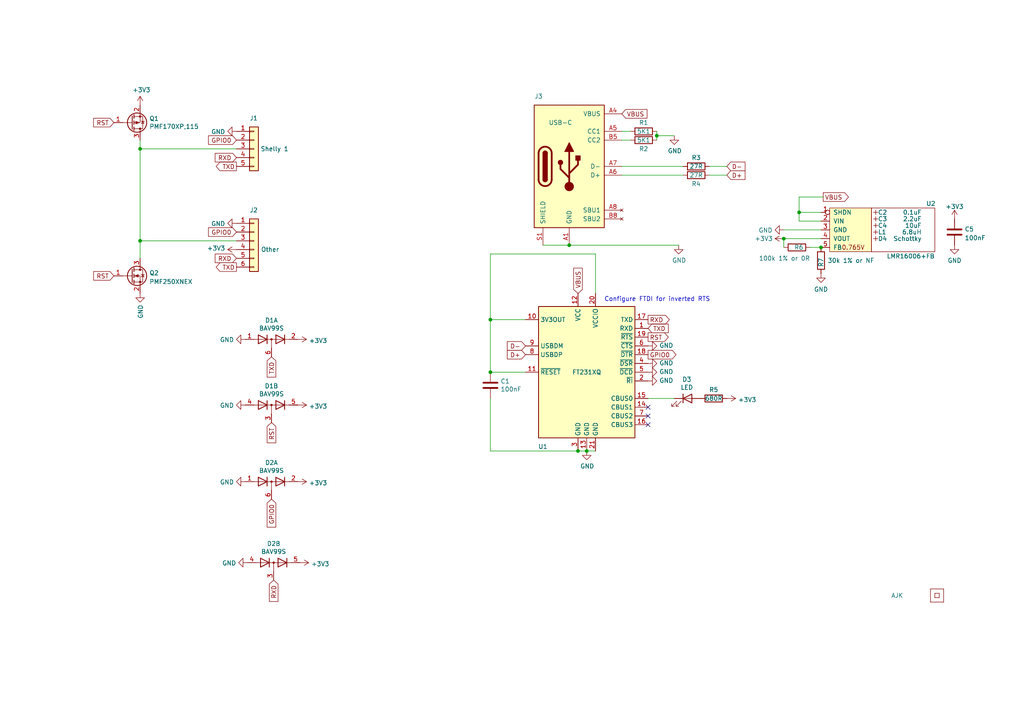
<source format=kicad_sch>
(kicad_sch (version 20211123) (generator eeschema)
  (paper "A4")
  (title_block (title "Shelly Tasmotizer") (date "${DATE}") (rev "4") (company "Adrian Kennard Andrews & Arnold Ltd") (comment 1 "@TheRealRevK") (comment 2 "www.me.uk"))
  (lib_symbols
    (symbol "Connector_Generic:Conn_01x05" (pin_names (offset 1.016) hide)
      (property "Reference" "J" (at 0 7.62 0))
      (property "Value" "Conn_01x05" (at 0 -7.62 0))
      (symbol "Conn_01x05_1_1"
        (rectangle (start -1.27 -4.953) (end 0 -5.207) (stroke (width 0.1524)))
        (rectangle (start -1.27 -2.413) (end 0 -2.667) (stroke (width 0.1524)))
        (rectangle (start -1.27 0.127) (end 0 -0.127) (stroke (width 0.1524)))
        (rectangle (start -1.27 2.667) (end 0 2.413) (stroke (width 0.1524)))
        (rectangle (start -1.27 5.207) (end 0 4.953) (stroke (width 0.1524)))
        (rectangle (start -1.27 6.35) (end 1.27 -6.35) (stroke (width 0.254)) (fill (type background)))
        (pin passive line (at -5.08 5.08 0) (length 3.81) (name "Pin_1") (number "1"))
        (pin passive line (at -5.08 2.54 0) (length 3.81) (name "Pin_2") (number "2"))
        (pin passive line (at -5.08 0 0) (length 3.81) (name "Pin_3") (number "3"))
        (pin passive line (at -5.08 -2.54 0) (length 3.81) (name "Pin_4") (number "4"))
        (pin passive line (at -5.08 -5.08 0) (length 3.81) (name "Pin_5") (number "5"))
      )
    )
    (symbol "Connector_Generic:Conn_01x06" (pin_names (offset 1.016) hide)
      (property "Reference" "J" (at 0 7.62 0))
      (property "Value" "Conn_01x06" (at 0 -10.16 0))
      (symbol "Conn_01x06_1_1"
        (rectangle (start -1.27 -7.493) (end 0 -7.747) (stroke (width 0.1524)))
        (rectangle (start -1.27 -4.953) (end 0 -5.207) (stroke (width 0.1524)))
        (rectangle (start -1.27 -2.413) (end 0 -2.667) (stroke (width 0.1524)))
        (rectangle (start -1.27 0.127) (end 0 -0.127) (stroke (width 0.1524)))
        (rectangle (start -1.27 2.667) (end 0 2.413) (stroke (width 0.1524)))
        (rectangle (start -1.27 5.207) (end 0 4.953) (stroke (width 0.1524)))
        (rectangle (start -1.27 6.35) (end 1.27 -8.89) (stroke (width 0.254)) (fill (type background)))
        (pin passive line (at -5.08 5.08 0) (length 3.81) (name "Pin_1") (number "1"))
        (pin passive line (at -5.08 2.54 0) (length 3.81) (name "Pin_2") (number "2"))
        (pin passive line (at -5.08 0 0) (length 3.81) (name "Pin_3") (number "3"))
        (pin passive line (at -5.08 -2.54 0) (length 3.81) (name "Pin_4") (number "4"))
        (pin passive line (at -5.08 -5.08 0) (length 3.81) (name "Pin_5") (number "5"))
        (pin passive line (at -5.08 -7.62 0) (length 3.81) (name "Pin_6") (number "6"))
      )
    )
    (symbol "Device:C" (pin_numbers hide) (pin_names (offset 0.254))
      (property "Reference" "C" (at 0.635 2.54 0))
      (property "Value" "C" (at 0.635 -2.54 0))
      (symbol "C_0_1"
        (polyline (pts (xy -2.032 -0.762) (xy 2.032 -0.762)) (stroke (width 0.508)))
        (polyline (pts (xy -2.032 0.762) (xy 2.032 0.762)) (stroke (width 0.508)))
      )
      (symbol "C_1_1"
        (pin passive line (at 0 3.81 270) (length 2.794) (name "~") (number "1"))
        (pin passive line (at 0 -3.81 90) (length 2.794) (name "~") (number "2"))
      )
    )
    (symbol "Device:LED" (pin_numbers hide) (pin_names (offset 1.016) hide)
      (property "Reference" "D" (at 0 2.54 0))
      (property "Value" "LED" (at 0 -2.54 0))
      (symbol "LED_0_1"
        (polyline (pts (xy -1.27 -1.27) (xy -1.27 1.27)) (stroke (width 0.254)))
        (polyline (pts (xy -1.27 0) (xy 1.27 0)))
        (polyline (pts (xy 1.27 -1.27) (xy 1.27 1.27) (xy -1.27 0) (xy 1.27 -1.27)) (stroke (width 0.254)))
        (polyline (pts (xy -3.048 -0.762) (xy -4.572 -2.286) (xy -3.81 -2.286) (xy -4.572 -2.286) (xy -4.572 -1.524)))
        (polyline (pts (xy -1.778 -0.762) (xy -3.302 -2.286) (xy -2.54 -2.286) (xy -3.302 -2.286) (xy -3.302 -1.524)))
      )
      (symbol "LED_1_1"
        (pin passive line (at -3.81 0 0) (length 2.54) (name "K") (number "1"))
        (pin passive line (at 3.81 0 180) (length 2.54) (name "A") (number "2"))
      )
    )
    (symbol "Device:Q_PMOS_GSD" (pin_names (offset 0) hide)
      (property "Reference" "Q" (at 5.08 1.27 0))
      (property "Value" "Q_PMOS_GSD" (at 5.08 -1.27 0))
      (symbol "Q_PMOS_GSD_0_1"
        (polyline (pts (xy 0.254 0) (xy -2.54 0)))
        (polyline (pts (xy 0.254 1.905) (xy 0.254 -1.905)) (stroke (width 0.254)))
        (polyline (pts (xy 0.762 -1.27) (xy 0.762 -2.286)) (stroke (width 0.254)))
        (polyline (pts (xy 0.762 0.508) (xy 0.762 -0.508)) (stroke (width 0.254)))
        (polyline (pts (xy 0.762 2.286) (xy 0.762 1.27)) (stroke (width 0.254)))
        (polyline (pts (xy 2.54 2.54) (xy 2.54 1.778)))
        (polyline (pts (xy 2.54 -2.54) (xy 2.54 0) (xy 0.762 0)))
        (polyline (pts (xy 0.762 1.778) (xy 3.302 1.778) (xy 3.302 -1.778) (xy 0.762 -1.778)))
        (polyline (pts (xy 2.286 0) (xy 1.27 0.381) (xy 1.27 -0.381) (xy 2.286 0)) (fill (type outline)))
        (polyline (pts (xy 2.794 -0.508) (xy 2.921 -0.381) (xy 3.683 -0.381) (xy 3.81 -0.254)))
        (polyline (pts (xy 3.302 -0.381) (xy 2.921 0.254) (xy 3.683 0.254) (xy 3.302 -0.381)))
        (circle (center 1.651 0) (radius 2.794) (stroke (width 0.254)))
        (circle (center 2.54 -1.778) (radius 0.254) (fill (type outline)))
        (circle (center 2.54 1.778) (radius 0.254) (fill (type outline)))
      )
      (symbol "Q_PMOS_GSD_1_1"
        (pin input line (at -5.08 0 0) (length 2.54) (name "G") (number "1"))
        (pin passive line (at 2.54 -5.08 90) (length 2.54) (name "S") (number "2"))
        (pin passive line (at 2.54 5.08 270) (length 2.54) (name "D") (number "3"))
      )
    )
    (symbol "Device:R" (pin_numbers hide) (pin_names (offset 0))
      (property "Reference" "R" (at 2.032 0 90))
      (property "Value" "R" (at 0 0 90))
      (symbol "R_0_1"
        (rectangle (start -1.016 -2.54) (end 1.016 2.54) (stroke (width 0.254)))
      )
      (symbol "R_1_1"
        (pin passive line (at 0 3.81 270) (length 1.27) (name "~") (number "1"))
        (pin passive line (at 0 -3.81 90) (length 1.27) (name "~") (number "2"))
      )
    )
    (symbol "Diode:BAV99S" (pin_names (offset 0.0254) hide)
      (property "Reference" "D" (at 0 2.54 0))
      (property "Value" "BAV99S" (at 0 5.08 0))
      (symbol "BAV99S_0_1"
        (polyline (pts (xy -5.08 0) (xy 5.08 0)))
        (polyline (pts (xy 0 0) (xy 0 -2.54)))
        (polyline (pts (xy -1.27 -1.27) (xy -1.27 1.27) (xy -1.27 1.27)) (stroke (width 0.254)))
        (polyline (pts (xy 3.81 1.27) (xy 3.81 -1.27) (xy 3.81 -1.27)) (stroke (width 0.254)))
        (polyline (pts (xy -3.81 1.27) (xy -1.27 0) (xy -3.81 -1.27) (xy -3.81 1.27) (xy -3.81 1.27) (xy -3.81 1.27)) (stroke (width 0.254)))
        (polyline (pts (xy 1.27 1.27) (xy 3.81 0) (xy 1.27 -1.27) (xy 1.27 1.27) (xy 1.27 1.27) (xy 1.27 1.27)) (stroke (width 0.254)))
        (circle (center 0 0) (radius 0.254) (fill (type outline)))
      )
      (symbol "BAV99S_1_1"
        (polyline (pts (xy 6.35 0) (xy 7.62 0)))
        (pin passive line (at -7.62 0 0) (length 2.54) (name "A1") (number "1"))
        (pin passive line (at 7.62 0 180) (length 2.54) (name "K2") (number "2"))
        (pin passive line (at 0 -5.08 90) (length 2.54) (name "K3A4") (number "6"))
      )
      (symbol "BAV99S_2_1"
        (polyline (pts (xy 6.35 0) (xy 7.62 0)))
        (pin passive line (at 0 -5.08 90) (length 2.54) (name "K1A2") (number "3"))
        (pin passive line (at -7.62 0 0) (length 2.54) (name "A3") (number "4"))
        (pin passive line (at 7.62 0 180) (length 2.54) (name "K4") (number "5"))
      )
    )
    (symbol "RevK:AJK" (pin_names (offset 1.016)) (in_bom no)
      (property "Value" "AJK" (at 0 0 0))
    )
    (symbol "RevK:FT231XQ"
      (property "Reference" "U" (at -13.97 20.32 0))
      (property "Value" "FT231XQ" (at 6.35 20.32 0))
      (symbol "FT231XQ_0_1"
        (rectangle (start -13.97 19.05) (end 13.97 -19.05) (stroke (width 0.254)) (fill (type background)))
      )
      (symbol "FT231XQ_1_1"
        (pin input line (at 17.78 12.7 180) (length 3.81) (name "RXD") (number "1"))
        (pin passive line (at -17.78 15.24 0) (length 3.81) (name "3V3OUT") (number "10"))
        (pin input line (at -17.78 0 0) (length 3.81) (name "~{RESET}") (number "11"))
        (pin power_in line (at -2.54 22.86 270) (length 3.81) (name "VCC") (number "12"))
        (pin power_in line (at 0 -22.86 90) (length 3.81) (name "GND") (number "13"))
        (pin bidirectional line (at 17.78 -10.16 180) (length 3.81) (name "CBUS1") (number "14"))
        (pin bidirectional line (at 17.78 -7.62 180) (length 3.81) (name "CBUS0") (number "15"))
        (pin bidirectional line (at 17.78 -15.24 180) (length 3.81) (name "CBUS3") (number "16"))
        (pin output line (at 17.78 15.24 180) (length 3.81) (name "TXD") (number "17"))
        (pin output line (at 17.78 5.08 180) (length 3.81) (name "~{DTR}") (number "18"))
        (pin output line (at 17.78 10.16 180) (length 3.81) (name "~{RTS}") (number "19"))
        (pin input line (at 17.78 -2.54 180) (length 3.81) (name "~{RI}") (number "2"))
        (pin power_in line (at 2.54 22.86 270) (length 3.81) (name "VCCIO") (number "20"))
        (pin power_in line (at 2.54 -22.86 90) (length 3.81) (name "GND") (number "21"))
        (pin power_in line (at -2.54 -22.86 90) (length 3.81) (name "GND") (number "3"))
        (pin input line (at 17.78 2.54 180) (length 3.81) (name "~{DSR}") (number "4"))
        (pin input line (at 17.78 0 180) (length 3.81) (name "~{DCD}") (number "5"))
        (pin input line (at 17.78 7.62 180) (length 3.81) (name "~{CTS}") (number "6"))
        (pin bidirectional line (at 17.78 -12.7 180) (length 3.81) (name "CBUS2") (number "7"))
        (pin bidirectional line (at -17.78 5.08 0) (length 3.81) (name "USBDP") (number "8"))
        (pin bidirectional line (at -17.78 7.62 0) (length 3.81) (name "USBDM") (number "9"))
      )
    )
    (symbol "RevK:Hidden" (pin_names (offset 1.016))
      (property "Reference" "Z" (at 0.635 0 0))
      (property "Value" "Hidden" (at 4.445 0 0))
      (symbol "Hidden_0_1"
        (polyline (pts (xy -0.635 0) (xy 0.635 0)) (stroke (width 0.1524)))
        (polyline (pts (xy 0 0.635) (xy 0 -0.635)) (stroke (width 0.1524)))
      )
      (symbol "Hidden_1_1"
        (pin no_connect non_logic (at 0 -2.54 90) (length 2.54) hide (name "~") (number "~"))
      )
    )
    (symbol "RevK:LMR16006+FB" (pin_names (offset 1.016))
      (property "Reference" "U" (at 11.43 2.54 0))
      (property "Value" "LMR16006+FB" (at 7.62 -12.7 0))
      (symbol "LMR16006+FB_0_0"
        (rectangle (start 2.54 1.27) (end 14.605 -11.43) (fill (type background)))
        (text "0.765V" (at 12.7 -10.16 0) (effects (font (size 1.27 1.27)) (justify right)))
      )
      (symbol "LMR16006+FB_0_1"
        (rectangle (start 14.605 1.27) (end 33.02 -11.43))
      )
      (symbol "LMR16006+FB_1_1"
        (pin input inverted (at 0 0 0) (length 2.54) (name "SHDN") (number "1"))
        (pin power_in line (at 0 -2.54 0) (length 2.54) (name "VIN") (number "2"))
        (pin power_in line (at 0 -5.08 0) (length 2.54) (name "GND") (number "3"))
        (pin power_out line (at 0 -7.62 0) (length 2.54) (name "VOUT") (number "4"))
        (pin passive line (at 0 -10.16 0) (length 2.54) (name "FB") (number "5"))
      )
    )
    (symbol "RevK:NX7002AK" (pin_names (offset 0) hide)
      (property "Reference" "Q" (at 5.08 1.27 0))
      (property "Value" "NX7002AK" (at 5.08 -1.27 0))
      (symbol "NX7002AK_0_1"
        (polyline (pts (xy 0.254 0) (xy -2.54 0)))
        (polyline (pts (xy 0.254 1.905) (xy 0.254 -1.905)) (stroke (width 0.254)))
        (polyline (pts (xy 0.762 -1.27) (xy 0.762 -2.286)) (stroke (width 0.254)))
        (polyline (pts (xy 0.762 0.508) (xy 0.762 -0.508)) (stroke (width 0.254)))
        (polyline (pts (xy 0.762 2.286) (xy 0.762 1.27)) (stroke (width 0.254)))
        (polyline (pts (xy 2.54 2.54) (xy 2.54 1.778)))
        (polyline (pts (xy 2.54 -2.54) (xy 2.54 0) (xy 0.762 0)))
        (polyline (pts (xy 0.762 -1.778) (xy 3.302 -1.778) (xy 3.302 1.778) (xy 0.762 1.778)))
        (polyline (pts (xy 1.016 0) (xy 2.032 0.381) (xy 2.032 -0.381) (xy 1.016 0)) (fill (type outline)))
        (polyline (pts (xy 2.794 0.508) (xy 2.921 0.381) (xy 3.683 0.381) (xy 3.81 0.254)))
        (polyline (pts (xy 3.302 0.381) (xy 2.921 -0.254) (xy 3.683 -0.254) (xy 3.302 0.381)))
        (circle (center 1.651 0) (radius 2.794) (stroke (width 0.254)))
        (circle (center 2.54 -1.778) (radius 0.254) (fill (type outline)))
        (circle (center 2.54 1.778) (radius 0.254) (fill (type outline)))
      )
      (symbol "NX7002AK_1_1"
        (pin input line (at -5.08 0 0) (length 2.54) (name "G") (number "1"))
        (pin passive line (at 2.54 -5.08 90) (length 2.54) (name "S") (number "2"))
        (pin passive line (at 2.54 5.08 270) (length 2.54) (name "D") (number "3"))
      )
    )
    (symbol "RevK:QR" (pin_names (offset 1.016)) (in_bom no)
      (symbol "QR_0_1"
        (rectangle (start -1.905 -1.905) (end -1.905 1.905))
        (rectangle (start -1.905 1.905) (end 1.905 1.905))
        (rectangle (start -0.635 -0.635) (end -0.635 0.635))
        (rectangle (start -0.635 0.635) (end 0.635 0.635))
        (rectangle (start 0.635 -0.635) (end -0.635 -0.635))
        (rectangle (start 0.635 0.635) (end 0.635 -0.635))
        (rectangle (start 1.905 -1.905) (end -1.905 -1.905))
        (rectangle (start 1.905 1.905) (end 1.905 -1.905))
      )
    )
    (symbol "RevK:USB-C" (pin_names (offset 1.016))
      (property "Reference" "J" (at -10.16 19.05 0))
      (property "Value" "USB-C" (at -7.62 15.24 0))
      (symbol "USB-C_0_1"
        (rectangle (start -10.16 17.78) (end 10.16 -17.78) (stroke (width 0.254)) (fill (type background)))
        (arc (start -8.89 -3.81) (mid -6.985 -5.715) (end -5.08 -3.81) (stroke (width 0.508)))
        (arc (start -7.62 -3.81) (mid -6.985 -4.445) (end -6.35 -3.81) (stroke (width 0.254)))
        (arc (start -7.62 -3.81) (mid -6.985 -4.445) (end -6.35 -3.81) (stroke (width 0.254)) (fill (type outline)))
        (rectangle (start -7.62 -3.81) (end -6.35 3.81) (stroke (width 0.254)) (fill (type outline)))
        (arc (start -6.35 3.81) (mid -6.985 4.445) (end -7.62 3.81) (stroke (width 0.254)))
        (arc (start -6.35 3.81) (mid -6.985 4.445) (end -7.62 3.81) (stroke (width 0.254)) (fill (type outline)))
        (arc (start -5.08 3.81) (mid -6.985 5.715) (end -8.89 3.81) (stroke (width 0.508)))
        (circle (center -2.54 1.143) (radius 0.635) (stroke (width 0.254)) (fill (type outline)))
        (circle (center 0 -5.842) (radius 1.27) (fill (type outline)))
        (polyline (pts (xy -8.89 -3.81) (xy -8.89 3.81)) (stroke (width 0.508)))
        (polyline (pts (xy -5.08 3.81) (xy -5.08 -3.81)) (stroke (width 0.508)))
        (polyline (pts (xy 0 -5.842) (xy 0 4.318)) (stroke (width 0.508)))
        (polyline (pts (xy 0 -3.302) (xy -2.54 -0.762) (xy -2.54 0.508)) (stroke (width 0.508)))
        (polyline (pts (xy 0 -2.032) (xy 2.54 0.508) (xy 2.54 1.778)) (stroke (width 0.508)))
        (polyline (pts (xy -1.27 4.318) (xy 0 6.858) (xy 1.27 4.318) (xy -1.27 4.318)) (stroke (width 0.254)) (fill (type outline)))
        (rectangle (start 1.905 1.778) (end 3.175 3.048) (stroke (width 0.254)) (fill (type outline)))
      )
      (symbol "USB-C_1_1"
        (pin power_out line (at 0 -22.86 90) (length 5.08) (name "GND") (number "A1"))
        (pin passive line (at 0 -22.86 90) (length 5.08) hide (name "GND") (number "A12"))
        (pin power_out line (at 15.24 15.24 180) (length 5.08) (name "VBUS") (number "A4"))
        (pin bidirectional line (at 15.24 10.16 180) (length 5.08) (name "CC1") (number "A5"))
        (pin bidirectional line (at 15.24 -2.54 180) (length 5.08) (name "D+") (number "A6"))
        (pin bidirectional line (at 15.24 0 180) (length 5.08) (name "D-") (number "A7"))
        (pin no_connect line (at 15.24 -12.7 180) (length 5.08) (name "SBU1") (number "A8"))
        (pin passive line (at 15.24 15.24 180) (length 5.08) hide (name "VBUS") (number "A9"))
        (pin passive line (at 0 -22.86 90) (length 5.08) hide (name "GND") (number "B1"))
        (pin passive line (at 0 -22.86 90) (length 5.08) hide (name "GND") (number "B12"))
        (pin passive line (at 15.24 15.24 180) (length 5.08) hide (name "VBUS") (number "B4"))
        (pin bidirectional line (at 15.24 7.62 180) (length 5.08) (name "CC2") (number "B5"))
        (pin bidirectional line (at 15.24 -2.54 180) (length 5.08) hide (name "D+") (number "B6"))
        (pin bidirectional line (at 15.24 0 180) (length 5.08) hide (name "D-") (number "B7"))
        (pin no_connect line (at 15.24 -15.24 180) (length 5.08) (name "SBU2") (number "B8"))
        (pin passive line (at 15.24 15.24 180) (length 5.08) hide (name "VBUS") (number "B9"))
        (pin passive line (at -7.62 -22.86 90) (length 5.08) (name "SHIELD") (number "S1"))
      )
    )
    (symbol "power:+3.3V" (power) (pin_names (offset 0))
      (property "Value" "+3.3V" (at 0 3.556 0))
      (symbol "+3.3V_0_1"
        (polyline (pts (xy -0.762 1.27) (xy 0 2.54)))
        (polyline (pts (xy 0 0) (xy 0 2.54)))
        (polyline (pts (xy 0 2.54) (xy 0.762 1.27)))
      )
      (symbol "+3.3V_1_1"
        (pin power_in line (at 0 0 90) (length 0) hide (name "+3V3") (number "1"))
      )
    )
    (symbol "power:GND" (power) (pin_names (offset 0))
      (property "Value" "GND" (at 0 -3.81 0))
      (symbol "GND_0_1"
        (polyline (pts (xy 0 0) (xy 0 -1.27) (xy 1.27 -1.27) (xy 0 -2.54) (xy -1.27 -1.27) (xy 0 -1.27)))
      )
      (symbol "GND_1_1"
        (pin power_in line (at 0 0 270) (length 0) hide (name "GND") (number "1"))
      )
    )
  )
  (junction (at 142.24 92.71))
  (junction (at 40.64 43.18))
  (junction (at 227.33 69.215))
  (junction (at 142.24 107.95))
  (junction (at 40.64 69.85))
  (junction (at 231.775 61.595))
  (junction (at 170.18 130.81))
  (junction (at 190.5 39.37))
  (junction (at 238.125 71.755))
  (junction (at 167.64 130.81))
  (junction (at 165.1 71.12))
  (no_connect (at 187.96 118.11))
  (no_connect (at 187.96 120.65))
  (no_connect (at 187.96 123.19))
  (wire (pts (xy 157.48 71.12) (xy 165.1 71.12)))
  (wire (pts (xy 190.5 39.37) (xy 190.5 40.64)))
  (wire (pts (xy 40.64 40.64) (xy 40.64 43.18)))
  (wire (pts (xy 172.72 85.09) (xy 172.72 73.66)))
  (wire (pts (xy 190.5 38.1) (xy 190.5 39.37)))
  (wire (pts (xy 40.64 43.18) (xy 40.64 69.85)))
  (wire (pts (xy 231.775 61.595) (xy 231.775 64.135)))
  (wire (pts (xy 172.72 130.81) (xy 170.18 130.81)))
  (wire (pts (xy 180.34 40.64) (xy 182.88 40.64)))
  (wire (pts (xy 142.24 130.81) (xy 167.64 130.81)))
  (wire (pts (xy 205.74 48.26) (xy 210.82 48.26)))
  (wire (pts (xy 142.24 115.57) (xy 142.24 130.81)))
  (wire (pts (xy 234.95 71.755) (xy 238.125 71.755)))
  (wire (pts (xy 227.33 66.675) (xy 238.125 66.675)))
  (wire (pts (xy 142.24 92.71) (xy 142.24 107.95)))
  (wire (pts (xy 180.34 50.8) (xy 198.12 50.8)))
  (wire (pts (xy 195.58 115.57) (xy 187.96 115.57)))
  (wire (pts (xy 231.775 64.135) (xy 238.125 64.135)))
  (wire (pts (xy 205.74 50.8) (xy 210.82 50.8)))
  (wire (pts (xy 195.58 39.37) (xy 190.5 39.37)))
  (wire (pts (xy 180.34 48.26) (xy 198.12 48.26)))
  (wire (pts (xy 231.775 57.15) (xy 231.775 61.595)))
  (wire (pts (xy 40.64 43.18) (xy 68.58 43.18)))
  (wire (pts (xy 172.72 73.66) (xy 142.24 73.66)))
  (wire (pts (xy 227.33 69.215) (xy 227.33 71.755)))
  (wire (pts (xy 180.34 38.1) (xy 182.88 38.1)))
  (wire (pts (xy 227.33 69.215) (xy 238.125 69.215)))
  (wire (pts (xy 40.64 69.85) (xy 40.64 74.93)))
  (wire (pts (xy 167.64 130.81) (xy 170.18 130.81)))
  (wire (pts (xy 40.64 69.85) (xy 68.58 69.85)))
  (wire (pts (xy 165.1 71.12) (xy 196.85 71.12)))
  (wire (pts (xy 152.4 92.71) (xy 142.24 92.71)))
  (wire (pts (xy 142.24 107.95) (xy 152.4 107.95)))
  (wire (pts (xy 231.775 61.595) (xy 238.125 61.595)))
  (wire (pts (xy 231.775 57.15) (xy 238.76 57.15)))
  (wire (pts (xy 142.24 73.66) (xy 142.24 92.71)))
  (text "Configure FTDI for inverted RTS" (at 175.26 87.63 0) (effects (font (size 1.27 1.27)) (justify left bottom)))
  (global_label "TXD" (shape output) (at 68.58 77.47 180) (property "Intersheet References" "${INTERSHEET_REFS}" (effects hide)))
  (global_label "TXD" (shape input) (at 187.96 95.25 0) (property "Intersheet References" "${INTERSHEET_REFS}" (effects hide)))
  (global_label "RXD" (shape output) (at 187.96 92.71 0) (property "Intersheet References" "${INTERSHEET_REFS}" (effects hide)))
  (global_label "D-" (shape input) (at 152.4 100.33 180) (property "Intersheet References" "${INTERSHEET_REFS}" (effects hide)))
  (global_label "GPIO0" (shape output) (at 187.96 102.87 0) (property "Intersheet References" "${INTERSHEET_REFS}" (effects hide)))
  (global_label "RST" (shape input) (at 33.02 35.56 180) (property "Intersheet References" "${INTERSHEET_REFS}" (effects hide)))
  (global_label "RST" (shape output) (at 187.96 97.79 0) (property "Intersheet References" "${INTERSHEET_REFS}" (effects hide)))
  (global_label "D-" (shape input) (at 210.82 48.26 0) (property "Intersheet References" "${INTERSHEET_REFS}" (effects hide)))
  (global_label "TXD" (shape input) (at 78.74 103.505 270) (property "Intersheet References" "${INTERSHEET_REFS}" (effects hide)))
  (global_label "RXD" (shape input) (at 68.58 74.93 180) (property "Intersheet References" "${INTERSHEET_REFS}" (effects hide)))
  (global_label "TXD" (shape output) (at 68.58 48.26 180) (property "Intersheet References" "${INTERSHEET_REFS}" (effects hide)))
  (global_label "RST" (shape input) (at 33.02 80.01 180) (property "Intersheet References" "${INTERSHEET_REFS}" (effects hide)))
  (global_label "GPIO0" (shape input) (at 68.58 40.64 180) (property "Intersheet References" "${INTERSHEET_REFS}" (effects hide)))
  (global_label "VBUS" (shape input) (at 180.34 33.02 0) (property "Intersheet References" "${INTERSHEET_REFS}" (effects hide)))
  (global_label "GPIO0" (shape input) (at 78.74 144.78 270) (property "Intersheet References" "${INTERSHEET_REFS}" (effects hide)))
  (global_label "GPIO0" (shape input) (at 68.58 67.31 180) (property "Intersheet References" "${INTERSHEET_REFS}" (effects hide)))
  (global_label "D+" (shape input) (at 152.4 102.87 180) (property "Intersheet References" "${INTERSHEET_REFS}" (effects hide)))
  (global_label "VBUS" (shape output) (at 238.76 57.15 0) (property "Intersheet References" "${INTERSHEET_REFS}" (effects hide)))
  (global_label "RST" (shape input) (at 78.74 122.555 270) (property "Intersheet References" "${INTERSHEET_REFS}" (effects hide)))
  (global_label "RXD" (shape input) (at 68.58 45.72 180) (property "Intersheet References" "${INTERSHEET_REFS}" (effects hide)))
  (global_label "VBUS" (shape input) (at 167.64 85.09 90) (property "Intersheet References" "${INTERSHEET_REFS}" (effects hide)))
  (global_label "RXD" (shape input) (at 79.375 168.275 270) (property "Intersheet References" "${INTERSHEET_REFS}" (effects hide)))
  (global_label "D+" (shape input) (at 210.82 50.8 0) (property "Intersheet References" "${INTERSHEET_REFS}" (effects hide)))
  (symbol (lib_id "RevK:USB-C") (at 165.1 48.26 0) (unit 1)
    (property "Reference" "J3" (at 156.21 27.94 0))
    (property "Value" "USB-C" (at 162.56 35.56 0))
    (property "Footprint" "RevK:USC16-TR" (effects hide))
    (property "Datasheet" "https://www.usb.org/sites/default/files/documents/usb_type-c.zip" (effects hide))
    (property "Manufacturer" "Valcon" (effects hide))
    (property "Part No" "CSP-USC16-TR" (effects hide))
    (property "Note" "Available from Toby Electronics" (effects hide))
  )
  (symbol (lib_id "Device:R") (at 186.69 38.1 90) (unit 1)
    (property "Reference" "R1" (at 186.69 35.56 90))
    (property "Value" "5K1" (at 186.69 38.1 90))
    (property "Footprint" "RevK:R_0603" (effects hide))
  )
  (symbol (lib_id "power:GND") (at 195.58 39.37 0) (unit 1)
    (property "Reference" "#PWR019" (effects hide))
    (property "Value" "GND" (at 195.707 43.7642 0))
  )
  (symbol (lib_id "power:GND") (at 196.85 71.12 0) (unit 1)
    (property "Reference" "#PWR020" (effects hide))
    (property "Value" "GND" (at 196.977 75.5142 0))
  )
  (symbol (lib_id "Device:R") (at 186.69 40.64 270) (unit 1)
    (property "Reference" "R2" (at 186.69 43.18 90))
    (property "Value" "5K1" (at 186.69 40.64 90))
    (property "Footprint" "RevK:R_0603" (effects hide))
  )
  (symbol (lib_id "Device:R") (at 201.93 48.26 90) (unit 1)
    (property "Reference" "R3" (at 201.93 45.72 90))
    (property "Value" "27R" (at 201.93 48.26 90))
    (property "Footprint" "RevK:R_0603" (effects hide))
  )
  (symbol (lib_id "Device:R") (at 201.93 50.8 90) (unit 1)
    (property "Reference" "R4" (at 201.93 53.34 90))
    (property "Value" "27R" (at 201.93 50.8 90))
    (property "Footprint" "RevK:R_0603" (effects hide))
  )
  (symbol (lib_id "Connector_Generic:Conn_01x05") (at 73.66 43.18 0) (unit 1)
    (property "Reference" "J1" (at 72.39 34.29 0) (effects (justify left)))
    (property "Value" "Shelly 1" (at 75.565 43.18 0) (effects (justify left)))
    (property "Footprint" "Connector_PinHeader_2.54mm:PinHeader_1x05_P2.54mm_Vertical" (effects hide))
  )
  (symbol (lib_id "Connector_Generic:Conn_01x06") (at 73.66 69.85 0) (unit 1)
    (property "Reference" "J2" (at 72.39 60.96 0) (effects (justify left)))
    (property "Value" "Other" (at 75.692 72.3646 0) (effects (justify left)))
    (property "Footprint" "Connector_PinHeader_1.27mm:PinHeader_1x06_P1.27mm_Vertical" (effects hide))
  )
  (symbol (lib_id "power:GND") (at 68.58 64.77 270) (unit 1)
    (property "Reference" "#PWR04" (effects hide))
    (property "Value" "GND" (at 65.3288 64.897 90) (effects (justify right)))
  )
  (symbol (lib_id "power:GND") (at 68.58 38.1 270) (unit 1)
    (property "Reference" "#PWR03" (effects hide))
    (property "Value" "GND" (at 65.3288 38.227 90) (effects (justify right)))
  )
  (symbol (lib_id "power:+3.3V") (at 68.58 72.39 90) (unit 1)
    (property "Reference" "#PWR05" (effects hide))
    (property "Value" "+3.3V" (at 65.3288 72.009 90) (effects (justify left)))
  )
  (symbol (lib_id "RevK:FT231XQ") (at 170.18 107.95 0) (unit 1)
    (property "Reference" "U1" (at 157.48 129.54 0))
    (property "Value" "FT231XQ" (at 170.18 107.95 0))
    (property "Footprint" "RevK:QFN-20-1EP_4x4mm_P0.5mm_EP2.5x2.5mm" (effects hide))
    (property "Datasheet" "https://www.ftdichip.com/Support/Documents/DataSheets/ICs/DS_FT231X.pdf" (effects hide))
    (property "Manufacturer" "FTDI" (effects hide))
    (property "Part No" "FT231XQ" (effects hide))
  )
  (symbol (lib_id "Device:LED") (at 199.39 115.57 0) (unit 1)
    (property "Reference" "D3" (at 199.2122 110.0582 0))
    (property "Value" "LED" (at 199.2122 112.3696 0))
    (property "Footprint" "LED_SMD:LED_0603_1608Metric_Pad1.05x0.95mm_HandSolder" (effects hide))
  )
  (symbol (lib_id "Device:R") (at 207.01 115.57 270) (unit 1)
    (property "Reference" "R5" (at 207.01 113.03 90))
    (property "Value" "680R" (at 207.01 115.57 90))
    (property "Footprint" "RevK:R_0603" (effects hide))
  )
  (symbol (lib_id "power:+3.3V") (at 210.82 115.57 270) (unit 1)
    (property "Reference" "#PWR021" (effects hide))
    (property "Value" "+3.3V" (at 214.0712 115.951 90) (effects (justify left)))
  )
  (symbol (lib_id "power:GND") (at 187.96 100.33 90) (unit 1)
    (property "Reference" "#PWR015" (effects hide))
    (property "Value" "GND" (at 191.2112 100.203 90) (effects (justify right)))
  )
  (symbol (lib_id "power:GND") (at 170.18 130.81 0) (unit 1)
    (property "Reference" "#PWR014" (effects hide))
    (property "Value" "GND" (at 170.307 135.2042 0))
  )
  (symbol (lib_id "power:GND") (at 187.96 105.41 90) (unit 1)
    (property "Reference" "#PWR016" (effects hide))
    (property "Value" "GND" (at 191.2112 105.283 90) (effects (justify right)))
  )
  (symbol (lib_id "power:GND") (at 187.96 107.95 90) (unit 1)
    (property "Reference" "#PWR017" (effects hide))
    (property "Value" "GND" (at 191.2112 107.823 90) (effects (justify right)))
  )
  (symbol (lib_id "Device:C") (at 142.24 111.76 0) (unit 1)
    (property "Reference" "C1" (at 145.161 110.5916 0) (effects (justify left)))
    (property "Value" "100nF" (at 145.161 112.903 0) (effects (justify left)))
    (property "Footprint" "RevK:C_0603" (effects hide))
  )
  (symbol (lib_id "power:GND") (at 187.96 110.49 90) (unit 1)
    (property "Reference" "#PWR018" (effects hide))
    (property "Value" "GND" (at 191.2112 110.363 90) (effects (justify right)))
  )
  (symbol (lib_id "RevK:AJK") (at 257.81 172.72 0) (unit 1) (in_bom no)
    (property "Reference" "Art1" (effects hide))
    (property "Value" "AJK" (at 258.445 172.72 0) (effects (justify left)))
    (property "Footprint" "RevK:AJK" (effects hide))
    (property "Note" "Non part, PCB printed" (effects hide))
  )
  (symbol (lib_id "Diode:BAV99S") (at 78.74 98.425 0) (unit 1)
    (property "Reference" "D1" (at 78.74 92.9132 0))
    (property "Value" "BAV99S" (at 78.74 95.2246 0))
    (property "Footprint" "Package_TO_SOT_SMD:SOT-363_SC-70-6" (effects hide))
    (property "Datasheet" "https://assets.nexperia.com/documents/data-sheet/BAV99_SER.pdf" (effects hide))
  )
  (symbol (lib_id "Diode:BAV99S") (at 78.74 117.475 0) (unit 2)
    (property "Reference" "D1" (at 78.74 111.9632 0))
    (property "Value" "BAV99S" (at 78.74 114.2746 0))
    (property "Footprint" "Package_TO_SOT_SMD:SOT-363_SC-70-6" (effects hide))
    (property "Datasheet" "https://assets.nexperia.com/documents/data-sheet/BAV99_SER.pdf" (effects hide))
  )
  (symbol (lib_id "Device:Q_PMOS_GSD") (at 38.1 35.56 0) (mirror x) (unit 1)
    (property "Reference" "Q1" (at 43.307 34.3916 0) (effects (justify left)))
    (property "Value" "PMF170XP,115" (at 43.307 36.703 0) (effects (justify left)))
    (property "Footprint" "Package_TO_SOT_SMD:SOT-323_SC-70" (effects hide))
    (property "Note" "Any P-Channel SOT323 that does 3.3V/0.5A" (effects hide))
  )
  (symbol (lib_id "Diode:BAV99S") (at 78.74 139.7 0) (unit 1)
    (property "Reference" "D2" (at 78.74 134.1882 0))
    (property "Value" "BAV99S" (at 78.74 136.4996 0))
    (property "Footprint" "Package_TO_SOT_SMD:SOT-363_SC-70-6" (effects hide))
    (property "Datasheet" "https://assets.nexperia.com/documents/data-sheet/BAV99_SER.pdf" (effects hide))
  )
  (symbol (lib_id "power:+3.3V") (at 86.36 98.425 270) (unit 1)
    (property "Reference" "#PWR010" (effects hide))
    (property "Value" "+3.3V" (at 89.6112 98.806 90) (effects (justify left)))
  )
  (symbol (lib_id "power:+3.3V") (at 86.36 117.475 270) (unit 1)
    (property "Reference" "#PWR011" (effects hide))
    (property "Value" "+3.3V" (at 89.6112 117.856 90) (effects (justify left)))
  )
  (symbol (lib_id "power:GND") (at 71.12 117.475 270) (unit 1)
    (property "Reference" "#PWR07" (effects hide))
    (property "Value" "GND" (at 67.8688 117.602 90) (effects (justify right)))
  )
  (symbol (lib_id "power:GND") (at 71.12 98.425 270) (unit 1)
    (property "Reference" "#PWR06" (effects hide))
    (property "Value" "GND" (at 67.8688 98.552 90) (effects (justify right)))
  )
  (symbol (lib_id "Diode:BAV99S") (at 79.375 163.195 0) (unit 2)
    (property "Reference" "D2" (at 79.375 157.6832 0))
    (property "Value" "BAV99S" (at 79.375 159.9946 0))
    (property "Footprint" "Package_TO_SOT_SMD:SOT-363_SC-70-6" (effects hide))
    (property "Datasheet" "https://assets.nexperia.com/documents/data-sheet/BAV99_SER.pdf" (effects hide))
  )
  (symbol (lib_id "power:+3.3V") (at 40.64 30.48 0) (unit 1)
    (property "Reference" "#PWR01" (effects hide))
    (property "Value" "+3.3V" (at 41.021 26.0858 0))
  )
  (symbol (lib_id "power:GND") (at 71.12 139.7 270) (unit 1)
    (property "Reference" "#PWR08" (effects hide))
    (property "Value" "GND" (at 67.8688 139.827 90) (effects (justify right)))
  )
  (symbol (lib_id "power:GND") (at 71.755 163.195 270) (unit 1)
    (property "Reference" "#PWR09" (effects hide))
    (property "Value" "GND" (at 68.5038 163.322 90) (effects (justify right)))
  )
  (symbol (lib_id "power:+3.3V") (at 86.36 139.7 270) (unit 1)
    (property "Reference" "#PWR012" (effects hide))
    (property "Value" "+3.3V" (at 89.6112 140.081 90) (effects (justify left)))
  )
  (symbol (lib_id "power:+3.3V") (at 86.995 163.195 270) (unit 1)
    (property "Reference" "#PWR013" (effects hide))
    (property "Value" "+3.3V" (at 90.2462 163.576 90) (effects (justify left)))
  )
  (symbol (lib_id "RevK:QR") (at 271.78 172.72 0) (unit 1) (in_bom no)
    (property "Reference" "Art2" (effects hide))
    (property "Value" "QR" (effects hide))
    (property "Footprint" "RevK:QR-Shelly" (effects hide))
    (property "Note" "Non part, PCB printed" (effects hide))
  )
  (symbol (lib_id "RevK:Hidden") (at 254 61.595 0) (unit 1)
    (property "Reference" "C2" (at 254.635 61.595 0) (effects (justify left)))
    (property "Value" "0.1uF" (at 267.335 61.595 0) (effects (justify right)))
    (property "Footprint" "RevK:Hidden" (effects hide))
    (property "Note" "X7R or X5R 0603" (effects hide))
  )
  (symbol (lib_id "RevK:Hidden") (at 254 63.5 0) (unit 1)
    (property "Reference" "C3" (at 254.635 63.5 0) (effects (justify left)))
    (property "Value" "2.2uF" (at 267.335 63.5 0) (effects (justify right)))
    (property "Footprint" "RevK:Hidden" (effects hide))
    (property "Note" "0603 or 0805" (effects hide))
  )
  (symbol (lib_id "RevK:Hidden") (at 254 65.405 0) (unit 1)
    (property "Reference" "C4" (at 254.635 65.405 0) (effects (justify left)))
    (property "Value" "10uF" (at 267.335 65.405 0) (effects (justify right)))
    (property "Footprint" "RevK:Hidden" (effects hide))
    (property "Note" "0603 or 0805" (effects hide))
  )
  (symbol (lib_id "RevK:Hidden") (at 254 67.31 0) (unit 1)
    (property "Reference" "L1" (at 254.635 67.31 0) (effects (justify left)))
    (property "Value" "6.8uH" (at 267.335 67.31 0) (effects (justify right)))
    (property "Footprint" "RevK:Hidden" (effects hide))
    (property "Datasheet" "https://www.mouser.co.uk/datasheet/2/987/Laird_Performance_TYA4020_series__Rev_A_-1877538.pdf" (effects hide))
    (property "Manufacturer" "Laird" (effects hide))
    (property "Part No" "TYA4020" (effects hide))
  )
  (symbol (lib_id "RevK:Hidden") (at 254 69.215 0) (unit 1)
    (property "Reference" "D4" (at 254.635 69.215 0) (effects (justify left)))
    (property "Value" "Schottky" (at 267.335 69.215 0) (effects (justify right)))
    (property "Footprint" "RevK:Hidden" (effects hide))
    (property "Datasheet" "https://www.mouser.co.uk/datasheet/2/54/CD1206-B220_B2100-777245.pdf" (effects hide))
    (property "Manufacturer" "Bourns" (effects hide))
    (property "Part No" "CD1206-B2100" (effects hide))
  )
  (symbol (lib_id "power:GND") (at 227.33 66.675 270) (unit 1)
    (property "Reference" "#PWR022" (effects hide))
    (property "Value" "GND" (at 224.0788 66.802 90) (effects (justify right)))
  )
  (symbol (lib_id "Device:R") (at 238.125 75.565 180) (unit 1)
    (property "Reference" "R7" (at 238.125 77.47 90) (effects (justify right)))
    (property "Value" "30k 1% or NF" (at 240.03 75.565 0) (effects (justify right)))
    (property "Footprint" "RevK:R_0603" (effects hide))
  )
  (symbol (lib_id "power:GND") (at 40.64 85.09 0) (unit 1)
    (property "Reference" "#PWR02" (effects hide))
    (property "Value" "GND" (at 40.767 88.3412 90) (effects (justify right)))
  )
  (symbol (lib_id "power:GND") (at 276.86 71.12 0) (unit 1)
    (property "Reference" "#PWR026" (effects hide))
    (property "Value" "GND" (at 276.86 75.5634 0))
  )
  (symbol (lib_id "RevK:NX7002AK") (at 38.1 80.01 0) (unit 1)
    (property "Reference" "Q2" (at 43.307 79.1753 0) (effects (justify left)))
    (property "Value" "PMF250XNEX" (at 43.307 81.7122 0) (effects (justify left)))
    (property "Footprint" "Package_TO_SOT_SMD:SOT-323_SC-70" (effects hide))
  )
  (symbol (lib_id "RevK:LMR16006+FB") (at 238.125 61.595 0) (unit 1)
    (property "Reference" "U2" (at 268.605 59.055 0) (effects (justify left)))
    (property "Value" "LMR16006+FB" (at 257.175 74.295 0) (effects (justify left)))
    (property "Footprint" "RevK:RegulatorBlockFB" (effects hide))
    (property "Manufacturer" "TI" (effects hide))
    (property "Part No" "LMR16006YQ3" (effects hide))
  )
  (symbol (lib_id "power:+3.3V") (at 227.33 69.215 90) (unit 1)
    (property "Reference" "#PWR023" (effects hide))
    (property "Value" "+3.3V" (at 224.155 69.215 90) (effects (justify left)))
  )
  (symbol (lib_id "power:+3.3V") (at 276.86 63.5 0) (unit 1)
    (property "Reference" "#PWR025" (effects hide))
    (property "Value" "+3.3V" (at 276.86 59.9242 0))
  )
  (symbol (lib_id "Device:C") (at 276.86 67.31 0) (unit 1)
    (property "Reference" "C5" (at 279.781 66.4753 0) (effects (justify left)))
    (property "Value" "100nF" (at 279.781 69.0122 0) (effects (justify left)))
    (property "Footprint" "RevK:C_0603" (effects hide))
  )
  (symbol (lib_id "power:GND") (at 238.125 79.375 0) (unit 1)
    (property "Reference" "#PWR024" (effects hide))
    (property "Value" "GND" (at 238.125 83.9375 0))
  )
  (symbol (lib_id "Device:R") (at 231.14 71.755 90) (unit 1)
    (property "Reference" "R6" (at 233.045 71.755 90) (effects (justify left)))
    (property "Value" "100k 1% or 0R" (at 234.95 74.93 90) (effects (justify left)))
    (property "Footprint" "RevK:R_0603" (effects hide))
  )
)
</source>
